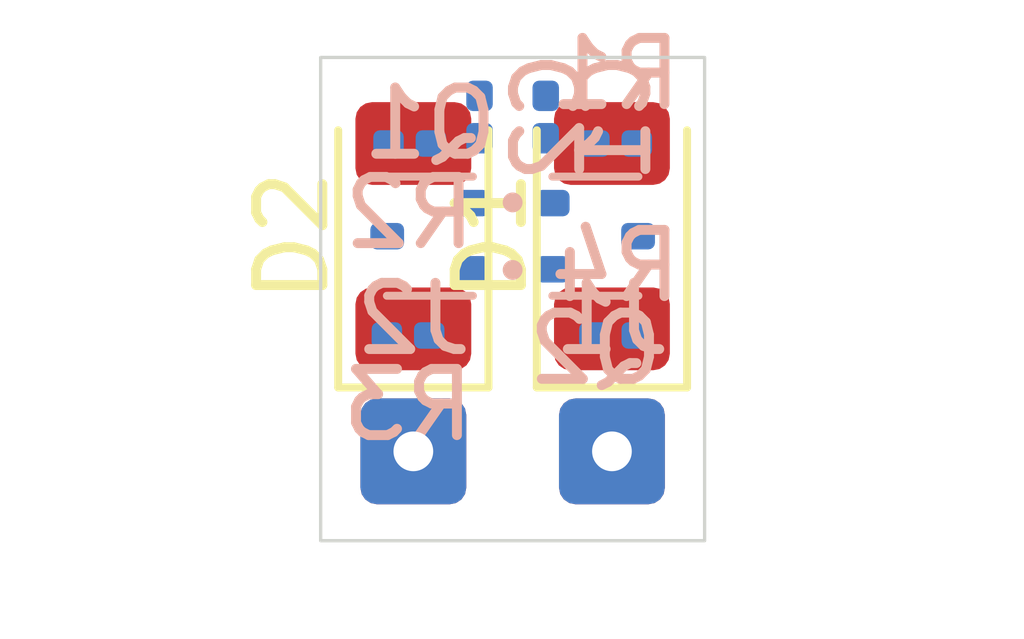
<source format=kicad_pcb>
(kicad_pcb (version 20241229) (generator "pcbnew") (generator_version "9.0")
  (layers (0 "F.Cu" signal) (2 "B.Cu" signal) (13 "F.Paste" user) (15 "B.Paste" user) (5 "F.SilkS" user "F.Silkscreen") (7 "B.SilkS" user "B.Silkscreen") (1 "F.Mask" user) (3 "B.Mask" user) (25 "Edge.Cuts" user))
  (net 0 "")
  (net 1 "Net-(Q1-B)")
  (net 2 "Net-(Q2-B)")
  (net 3 "Net-(J1-Pin_1)")
  (net 4 "GND")
  (net 5 "Net-(D2-K)")
  (net 6 "Net-(D1-K)")
  (net 7 "Net-(D1-A)")
  (net 8 "Net-(D2-A)")
  (footprint "LED_SMD:LED_1206_3216Metric" (layer "F.Cu") (at 129 76 90)
    (property "Reference" "D1" (at 0 -1.83 90) (layer "F.SilkS"))
    (property "Value" "LED")
    (fp_line (start 1.6 -1.135) (end -2.285 -1.135) (stroke (width 0.12)) (layer "F.SilkS"))
    (fp_line (start -2.285 -1.135) (end -2.285 1.135) (stroke (width 0.12)) (layer "F.SilkS"))
    (fp_line (start -2.285 1.135) (end 1.6 1.135) (stroke (width 0.12)) (layer "F.SilkS"))
    (pad "1" smd roundrect (at -1.4 0 90) (size 1.25 1.75) (layers "F.Cu" "F.Mask" "F.Paste") (roundrect_rratio 0.2) (net 6 "Net-(D1-K)"))
    (pad "2" smd roundrect (at 1.4 0 90) (size 1.25 1.75) (layers "F.Cu" "F.Mask" "F.Paste") (roundrect_rratio 0.2) (net 7 "Net-(D1-A)"))
  )
  (footprint "LED_SMD:LED_1206_3216Metric" (layer "F.Cu") (at 126 76 90)
    (property "Reference" "D2" (at 0 -1.83 90) (layer "F.SilkS"))
    (property "Value" "LED")
    (fp_line (start 1.6 -1.135) (end -2.285 -1.135) (stroke (width 0.12)) (layer "F.SilkS"))
    (fp_line (start -2.285 -1.135) (end -2.285 1.135) (stroke (width 0.12)) (layer "F.SilkS"))
    (fp_line (start -2.285 1.135) (end 1.6 1.135) (stroke (width 0.12)) (layer "F.SilkS"))
    (pad "1" smd roundrect (at -1.4 0 90) (size 1.25 1.75) (layers "F.Cu" "F.Mask" "F.Paste") (roundrect_rratio 0.2) (net 5 "Net-(D2-K)"))
    (pad "2" smd roundrect (at 1.4 0 90) (size 1.25 1.75) (layers "F.Cu" "F.Mask" "F.Paste") (roundrect_rratio 0.2) (net 8 "Net-(D2-A)"))
  )
  (footprint "Resistor_SMD:R_0201_0603Metric" (layer "B.Cu") (at 129.055 77.5 180)
    (property "Reference" "R4" (at 0 1.05 0) (layer "B.SilkS") (effects (justify mirror)))
    (property "Value" "47K")
    (pad "1" smd roundrect (at -0.32 0 180) (size 0.46 0.4) (layers "B.Cu" "B.Mask") (net 3 "Net-(J1-Pin_1)"))
    (pad "2" smd roundrect (at 0.32 0 180) (size 0.46 0.4) (layers "B.Cu" "B.Mask") (net 6 "Net-(D1-K)"))
  )
  (footprint "Package_TO_SOT_SMD:SOT-523" (layer "B.Cu") (at 126.25 76 180)
    (property "Reference" "Q1" (at 0 1.7 0) (layer "B.SilkS") (effects (justify mirror)))
    (property "Value" "DTC144EE")
    (fp_line (start 0.65 0.9) (end -0.65 0.9) (stroke (width 0.12)) (layer "B.SilkS"))
    (fp_line (start 0.65 -0.9) (end -0.65 -0.9) (stroke (width 0.12)) (layer "B.SilkS"))
    (fp_circle (center -1.25 0.51) (end -1.1 0.51) (fill yes) (layer "B.SilkS"))
    (pad "1" smd roundrect (at -0.645 0.5) (size 0.51 0.4) (layers "B.Cu" "B.Mask" "B.Paste") (net 1 "Net-(Q1-B)"))
    (pad "2" smd roundrect (at -0.645 -0.5) (size 0.51 0.4) (layers "B.Cu" "B.Mask" "B.Paste") (net 4 "GND"))
    (pad "3" smd roundrect (at 0.645 0) (size 0.51 0.4) (layers "B.Cu" "B.Mask" "B.Paste") (net 6 "Net-(D1-K)"))
  )
  (footprint "Connector_Wire:SolderWire-0.1sqmm_1x01_D0.4mm_OD1mm" (layer "B.Cu") (at 126 79.25 180)
    (property "Reference" "J2" (at 0 2 0) (layer "B.SilkS") (effects (justify mirror)))
    (property "Value" "Conn_01x01_Pin")
    (pad "1" thru_hole roundrect (at 0 0 180) (size 1.6 1.6) (drill 0.6) (layers "*.Cu" "*.Mask") (roundrect_rratio 0.15625) (net 4 "GND"))
  )
  (footprint "Package_TO_SOT_SMD:SOT-523" (layer "B.Cu") (at 128.75 76)
    (property "Reference" "Q2" (at 0 1.7 180) (layer "B.SilkS") (effects (justify mirror)))
    (property "Value" "DTC144EE")
    (fp_line (start 0.65 -0.9) (end -0.65 -0.9) (stroke (width 0.12)) (layer "B.SilkS"))
    (fp_line (start 0.65 0.9) (end -0.65 0.9) (stroke (width 0.12)) (layer "B.SilkS"))
    (fp_circle (center -1.25 0.51) (end -1.1 0.51) (fill yes) (layer "B.SilkS"))
    (pad "1" smd roundrect (at -0.645 0.5 180) (size 0.51 0.4) (layers "B.Cu" "B.Mask" "B.Paste") (net 2 "Net-(Q2-B)"))
    (pad "2" smd roundrect (at -0.645 -0.5 180) (size 0.51 0.4) (layers "B.Cu" "B.Mask" "B.Paste") (net 4 "GND"))
    (pad "3" smd roundrect (at 0.645 0 180) (size 0.51 0.4) (layers "B.Cu" "B.Mask" "B.Paste") (net 5 "Net-(D2-K)"))
  )
  (footprint "Capacitor_SMD:C_0201_0603Metric" (layer "B.Cu") (at 128 74.2 90)
    (property "Reference" "C1" (at 0 1.05 90) (layer "B.SilkS") (effects (justify mirror)))
    (property "Value" "4.7u")
    (pad "1" smd roundrect (at -0.32 0 90) (size 0.46 0.4) (layers "B.Cu" "B.Mask") (net 1 "Net-(Q1-B)"))
    (pad "2" smd roundrect (at 0.32 0 90) (size 0.46 0.4) (layers "B.Cu" "B.Mask") (net 5 "Net-(D2-K)"))
  )
  (footprint "Resistor_SMD:R_0201_0603Metric" (layer "B.Cu") (at 129.055 74.6 180)
    (property "Reference" "R1" (at 0 1.05 0) (layer "B.SilkS") (effects (justify mirror)))
    (property "Value" "470")
    (pad "1" smd roundrect (at -0.32 0 180) (size 0.46 0.4) (layers "B.Cu" "B.Mask") (net 3 "Net-(J1-Pin_1)"))
    (pad "2" smd roundrect (at 0.32 0 180) (size 0.46 0.4) (layers "B.Cu" "B.Mask") (net 7 "Net-(D1-A)"))
  )
  (footprint "Capacitor_SMD:C_0201_0603Metric" (layer "B.Cu") (at 127 74.2 90)
    (property "Reference" "C2" (at 0 1.05 90) (layer "B.SilkS") (effects (justify mirror)))
    (property "Value" "4.7u")
    (pad "1" smd roundrect (at -0.32 0 90) (size 0.46 0.4) (layers "B.Cu" "B.Mask") (net 6 "Net-(D1-K)"))
    (pad "2" smd roundrect (at 0.32 0 90) (size 0.46 0.4) (layers "B.Cu" "B.Mask") (net 2 "Net-(Q2-B)"))
  )
  (footprint "Connector_Wire:SolderWire-0.1sqmm_1x01_D0.4mm_OD1mm" (layer "B.Cu") (at 129 79.25 180)
    (property "Reference" "J1" (at 0 2 0) (layer "B.SilkS") (effects (justify mirror)))
    (property "Value" "Conn_01x01_Pin")
    (pad "1" thru_hole roundrect (at 0 0 180) (size 1.6 1.6) (drill 0.6) (layers "*.Cu" "*.Mask") (roundrect_rratio 0.15625) (net 3 "Net-(J1-Pin_1)"))
  )
  (footprint "Resistor_SMD:R_0201_0603Metric" (layer "B.Cu") (at 125.92 77.5)
    (property "Reference" "R3" (at 0 1.05 0) (layer "B.SilkS") (effects (justify mirror)))
    (property "Value" "47K")
    (pad "1" smd roundrect (at -0.32 0) (size 0.46 0.4) (layers "B.Cu" "B.Mask") (net 3 "Net-(J1-Pin_1)"))
    (pad "2" smd roundrect (at 0.32 0) (size 0.46 0.4) (layers "B.Cu" "B.Mask") (net 5 "Net-(D2-K)"))
  )
  (footprint "Resistor_SMD:R_0201_0603Metric" (layer "B.Cu") (at 125.945 74.6)
    (property "Reference" "R2" (at 0 1.05 0) (layer "B.SilkS") (effects (justify mirror)))
    (property "Value" "470")
    (pad "1" smd roundrect (at -0.32 0) (size 0.46 0.4) (layers "B.Cu" "B.Mask") (net 3 "Net-(J1-Pin_1)"))
    (pad "2" smd roundrect (at 0.32 0) (size 0.46 0.4) (layers "B.Cu" "B.Mask") (net 8 "Net-(D2-A)"))
  )
  (gr_rect (start 124.6 73.3) (end 130.4 80.6) (stroke (width 0.05)) (fill no) (layer "Edge.Cuts"))
)
</source>
